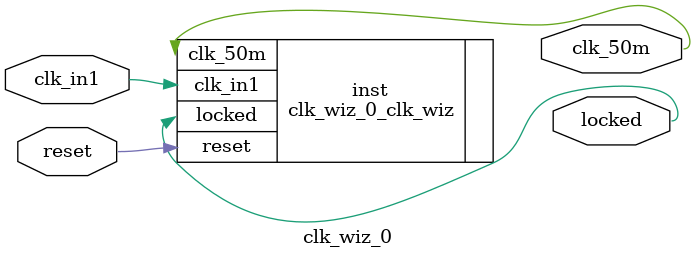
<source format=v>


`timescale 1ps/1ps

(* CORE_GENERATION_INFO = "clk_wiz_0,clk_wiz_v6_0_11_0_0,{component_name=clk_wiz_0,use_phase_alignment=true,use_min_o_jitter=false,use_max_i_jitter=false,use_dyn_phase_shift=false,use_inclk_switchover=false,use_dyn_reconfig=false,enable_axi=0,feedback_source=FDBK_AUTO,PRIMITIVE=MMCM,num_out_clk=1,clkin1_period=20.000,clkin2_period=10.0,use_power_down=false,use_reset=true,use_locked=true,use_inclk_stopped=false,feedback_type=SINGLE,CLOCK_MGR_TYPE=NA,manual_override=false}" *)

module clk_wiz_0 
 (
  // Clock out ports
  output        clk_50m,
  // Status and control signals
  input         reset,
  output        locked,
 // Clock in ports
  input         clk_in1
 );

  clk_wiz_0_clk_wiz inst
  (
  // Clock out ports  
  .clk_50m(clk_50m),
  // Status and control signals               
  .reset(reset), 
  .locked(locked),
 // Clock in ports
  .clk_in1(clk_in1)
  );

endmodule

</source>
